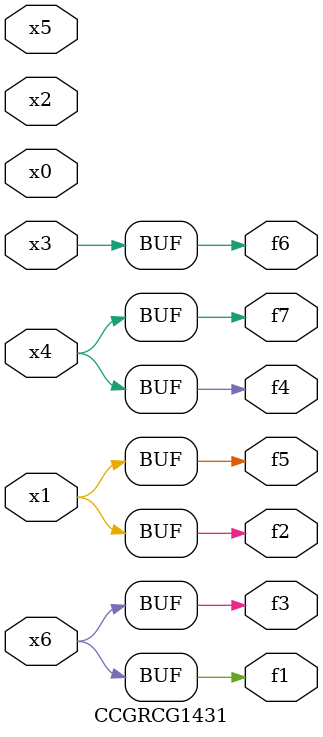
<source format=v>
module CCGRCG1431(
	input x0, x1, x2, x3, x4, x5, x6,
	output f1, f2, f3, f4, f5, f6, f7
);
	assign f1 = x6;
	assign f2 = x1;
	assign f3 = x6;
	assign f4 = x4;
	assign f5 = x1;
	assign f6 = x3;
	assign f7 = x4;
endmodule

</source>
